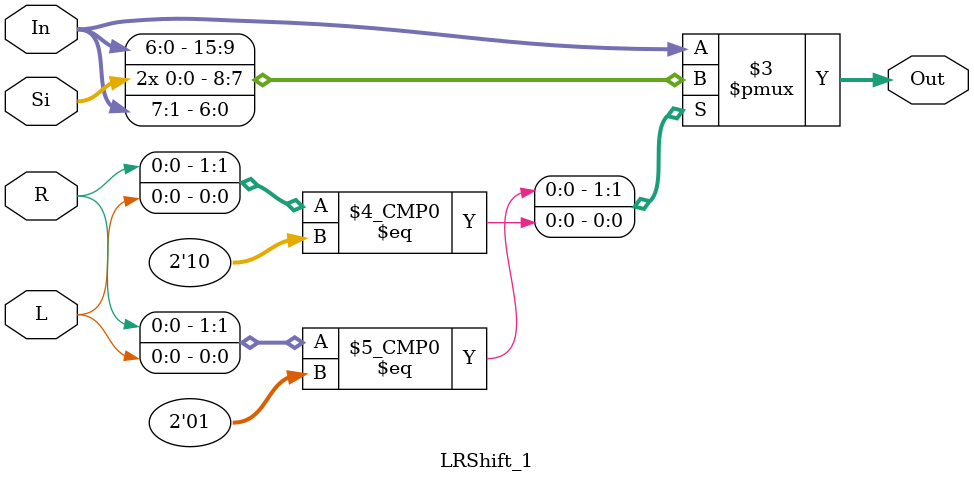
<source format=v>
`timescale 1ns / 1ps
module LRShift_1(Si, L, R, In, Out);

input Si, L, R;
input [7:0] In;
output reg [7:0] Out;

always @ (L, R, In, Si)

begin
case({R,L})
2'b01 : Out = {In[6:0], Si}; // Left shift
2'b10 : Out = {Si, In[7:1]}; // Right shift
default: Out = In;
endcase


end

endmodule 
</source>
